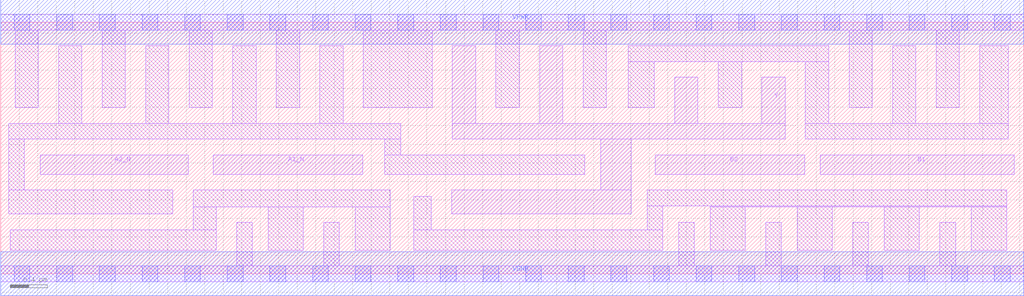
<source format=lef>
# Copyright 2020 The SkyWater PDK Authors
#
# Licensed under the Apache License, Version 2.0 (the "License");
# you may not use this file except in compliance with the License.
# You may obtain a copy of the License at
#
#     https://www.apache.org/licenses/LICENSE-2.0
#
# Unless required by applicable law or agreed to in writing, software
# distributed under the License is distributed on an "AS IS" BASIS,
# WITHOUT WARRANTIES OR CONDITIONS OF ANY KIND, either express or implied.
# See the License for the specific language governing permissions and
# limitations under the License.
#
# SPDX-License-Identifier: Apache-2.0

VERSION 5.7 ;
BUSBITCHARS "[]" ;
DIVIDERCHAR "/" ;
PROPERTYDEFINITIONS
  MACRO maskLayoutSubType STRING ;
  MACRO prCellType STRING ;
  MACRO originalViewName STRING ;
END PROPERTYDEFINITIONS
MACRO sky130_fd_sc_hdll__o2bb2ai_4
  ORIGIN  0.000000  0.000000 ;
  CLASS CORE ;
  SYMMETRY X Y R90 ;
  SIZE  11.04000 BY  2.720000 ;
  SITE unithd ;
  PIN A1_N
    ANTENNAGATEAREA  1.110000 ;
    DIRECTION INPUT ;
    USE SIGNAL ;
    PORT
      LAYER li1 ;
        RECT 2.295000 1.075000 3.905000 1.285000 ;
    END
  END A1_N
  PIN A2_N
    ANTENNAGATEAREA  1.110000 ;
    DIRECTION INPUT ;
    USE SIGNAL ;
    PORT
      LAYER li1 ;
        RECT 0.425000 1.075000 2.025000 1.285000 ;
    END
  END A2_N
  PIN B1
    ANTENNAGATEAREA  1.110000 ;
    DIRECTION INPUT ;
    USE SIGNAL ;
    PORT
      LAYER li1 ;
        RECT 8.845000 1.075000 10.940000 1.285000 ;
    END
  END B1
  PIN B2
    ANTENNAGATEAREA  1.110000 ;
    DIRECTION INPUT ;
    USE SIGNAL ;
    PORT
      LAYER li1 ;
        RECT 7.065000 1.075000 8.675000 1.285000 ;
    END
  END B2
  PIN VGND
    DIRECTION INOUT ;
    USE SIGNAL ;
    PORT
      LAYER met1 ;
        RECT 0.000000 -0.240000 11.040000 0.240000 ;
    END
  END VGND
  PIN VPWR
    DIRECTION INOUT ;
    USE SIGNAL ;
    PORT
      LAYER met1 ;
        RECT 0.000000 2.480000 11.040000 2.960000 ;
    END
  END VPWR
  PIN Y
    ANTENNADIFFAREA  1.608500 ;
    DIRECTION OUTPUT ;
    USE SIGNAL ;
    PORT
      LAYER li1 ;
        RECT 4.865000 0.645000 6.805000 0.905000 ;
        RECT 4.875000 1.455000 8.465000 1.625000 ;
        RECT 4.875000 1.625000 5.125000 2.465000 ;
        RECT 5.815000 1.625000 6.065000 2.465000 ;
        RECT 6.475000 0.905000 6.805000 1.455000 ;
        RECT 7.275000 1.625000 7.525000 2.125000 ;
        RECT 8.215000 1.625000 8.465000 2.125000 ;
    END
  END Y
  OBS
    LAYER li1 ;
      RECT  0.000000 -0.085000 11.040000 0.085000 ;
      RECT  0.000000  2.635000 11.040000 2.805000 ;
      RECT  0.085000  0.645000  1.855000 0.905000 ;
      RECT  0.085000  0.905000  0.255000 1.455000 ;
      RECT  0.085000  1.455000  4.315000 1.625000 ;
      RECT  0.100000  0.255000  2.325000 0.475000 ;
      RECT  0.155000  1.795000  0.405000 2.635000 ;
      RECT  0.625000  1.625000  0.875000 2.465000 ;
      RECT  1.095000  1.795000  1.345000 2.635000 ;
      RECT  1.565000  1.625000  1.815000 2.465000 ;
      RECT  2.035000  1.795000  2.285000 2.635000 ;
      RECT  2.075000  0.475000  2.325000 0.725000 ;
      RECT  2.075000  0.725000  4.205000 0.905000 ;
      RECT  2.505000  1.625000  2.755000 2.465000 ;
      RECT  2.545000  0.085000  2.715000 0.555000 ;
      RECT  2.885000  0.255000  3.265000 0.725000 ;
      RECT  2.975000  1.795000  3.225000 2.635000 ;
      RECT  3.445000  1.625000  3.695000 2.465000 ;
      RECT  3.485000  0.085000  3.655000 0.555000 ;
      RECT  3.825000  0.255000  4.205000 0.725000 ;
      RECT  3.915000  1.795000  4.655000 2.635000 ;
      RECT  4.145000  1.075000  6.305000 1.285000 ;
      RECT  4.145000  1.285000  4.315000 1.455000 ;
      RECT  4.460000  0.255000  7.145000 0.475000 ;
      RECT  4.460000  0.475000  4.645000 0.835000 ;
      RECT  5.345000  1.795000  5.595000 2.635000 ;
      RECT  6.285000  1.795000  6.535000 2.635000 ;
      RECT  6.775000  1.795000  7.055000 2.295000 ;
      RECT  6.775000  2.295000  8.935000 2.465000 ;
      RECT  6.975000  0.475000  7.145000 0.735000 ;
      RECT  6.975000  0.735000 10.855000 0.905000 ;
      RECT  7.315000  0.085000  7.485000 0.555000 ;
      RECT  7.655000  0.255000  8.035000 0.725000 ;
      RECT  7.655000  0.725000 10.855000 0.735000 ;
      RECT  7.745000  1.795000  7.995000 2.295000 ;
      RECT  8.255000  0.085000  8.425000 0.555000 ;
      RECT  8.595000  0.255000  8.975000 0.725000 ;
      RECT  8.685000  1.455000 10.875000 1.625000 ;
      RECT  8.685000  1.625000  8.935000 2.295000 ;
      RECT  9.155000  1.795000  9.405000 2.635000 ;
      RECT  9.195000  0.085000  9.365000 0.555000 ;
      RECT  9.535000  0.255000  9.915000 0.725000 ;
      RECT  9.625000  1.625000  9.875000 2.465000 ;
      RECT 10.095000  1.795000 10.345000 2.635000 ;
      RECT 10.135000  0.085000 10.305000 0.555000 ;
      RECT 10.475000  0.255000 10.855000 0.725000 ;
      RECT 10.565000  1.625000 10.875000 2.465000 ;
    LAYER mcon ;
      RECT  0.145000 -0.085000  0.315000 0.085000 ;
      RECT  0.145000  2.635000  0.315000 2.805000 ;
      RECT  0.605000 -0.085000  0.775000 0.085000 ;
      RECT  0.605000  2.635000  0.775000 2.805000 ;
      RECT  1.065000 -0.085000  1.235000 0.085000 ;
      RECT  1.065000  2.635000  1.235000 2.805000 ;
      RECT  1.525000 -0.085000  1.695000 0.085000 ;
      RECT  1.525000  2.635000  1.695000 2.805000 ;
      RECT  1.985000 -0.085000  2.155000 0.085000 ;
      RECT  1.985000  2.635000  2.155000 2.805000 ;
      RECT  2.445000 -0.085000  2.615000 0.085000 ;
      RECT  2.445000  2.635000  2.615000 2.805000 ;
      RECT  2.905000 -0.085000  3.075000 0.085000 ;
      RECT  2.905000  2.635000  3.075000 2.805000 ;
      RECT  3.365000 -0.085000  3.535000 0.085000 ;
      RECT  3.365000  2.635000  3.535000 2.805000 ;
      RECT  3.825000 -0.085000  3.995000 0.085000 ;
      RECT  3.825000  2.635000  3.995000 2.805000 ;
      RECT  4.285000 -0.085000  4.455000 0.085000 ;
      RECT  4.285000  2.635000  4.455000 2.805000 ;
      RECT  4.745000 -0.085000  4.915000 0.085000 ;
      RECT  4.745000  2.635000  4.915000 2.805000 ;
      RECT  5.205000 -0.085000  5.375000 0.085000 ;
      RECT  5.205000  2.635000  5.375000 2.805000 ;
      RECT  5.665000 -0.085000  5.835000 0.085000 ;
      RECT  5.665000  2.635000  5.835000 2.805000 ;
      RECT  6.125000 -0.085000  6.295000 0.085000 ;
      RECT  6.125000  2.635000  6.295000 2.805000 ;
      RECT  6.585000 -0.085000  6.755000 0.085000 ;
      RECT  6.585000  2.635000  6.755000 2.805000 ;
      RECT  7.045000 -0.085000  7.215000 0.085000 ;
      RECT  7.045000  2.635000  7.215000 2.805000 ;
      RECT  7.505000 -0.085000  7.675000 0.085000 ;
      RECT  7.505000  2.635000  7.675000 2.805000 ;
      RECT  7.965000 -0.085000  8.135000 0.085000 ;
      RECT  7.965000  2.635000  8.135000 2.805000 ;
      RECT  8.425000 -0.085000  8.595000 0.085000 ;
      RECT  8.425000  2.635000  8.595000 2.805000 ;
      RECT  8.885000 -0.085000  9.055000 0.085000 ;
      RECT  8.885000  2.635000  9.055000 2.805000 ;
      RECT  9.345000 -0.085000  9.515000 0.085000 ;
      RECT  9.345000  2.635000  9.515000 2.805000 ;
      RECT  9.805000 -0.085000  9.975000 0.085000 ;
      RECT  9.805000  2.635000  9.975000 2.805000 ;
      RECT 10.265000 -0.085000 10.435000 0.085000 ;
      RECT 10.265000  2.635000 10.435000 2.805000 ;
      RECT 10.725000 -0.085000 10.895000 0.085000 ;
      RECT 10.725000  2.635000 10.895000 2.805000 ;
  END
  PROPERTY maskLayoutSubType "abstract" ;
  PROPERTY prCellType "standard" ;
  PROPERTY originalViewName "layout" ;
END sky130_fd_sc_hdll__o2bb2ai_4
END LIBRARY

</source>
